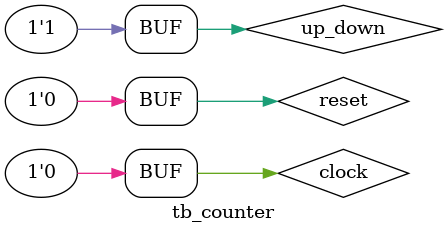
<source format=v>
module tb_counter();

reg clock,reset,up_down;
wire [3:0]num;
counter_4bit c1(clock,reset,up_down ,num);
initial 
	begin 
		$dumpfile("tb_counter_dump.vcd"); 
		$dumpvars(0,tb_counter); 
	end
initial 
begin clock = 1'b0; repeat(60) #10 clock =~ clock;
end

initial begin
	reset=1'b0;
	up_down=1'b0;
	#270;
	up_down=1'b1;
	#80
	reset=1'b1;
	//up_down=1'b0;
	#20;
	reset=1'b0;
end

endmodule

</source>
